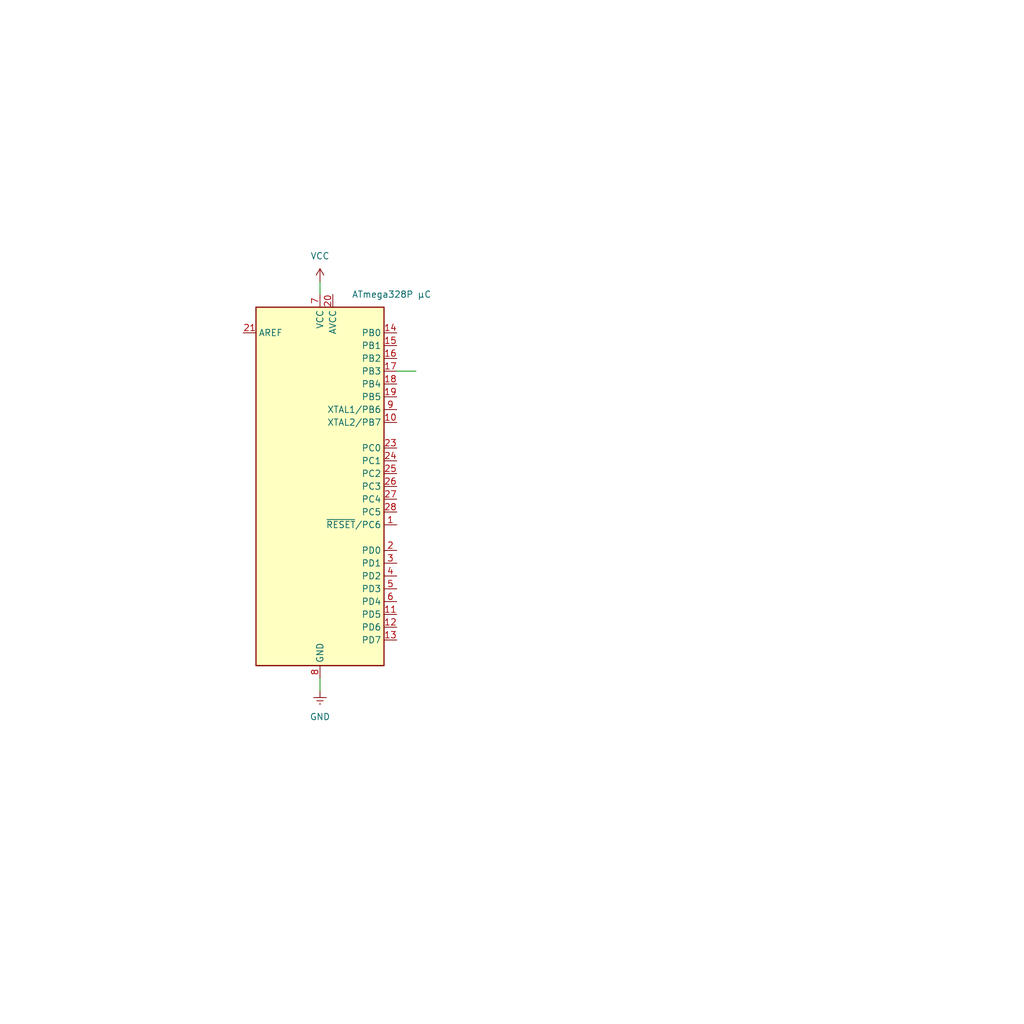
<source format=kicad_sch>
(kicad_sch (version 20250114) (generator "eeschema") (generator_version "9.0")
  (paper "User" 203.2 203.2)
  (title_block (title "Blinky"))
  (lib_symbols
    (symbol "MCU_Microchip_ATmega:ATmega328P-P"
      (property "Reference" "U" (at -12.7 36.83 0))
      (property "Value" "ATmega328P-P" (at 2.54 -36.83 0))
      (symbol "ATmega328P-P_0_1"
        (rectangle (start -12.7 -35.56) (end 12.7 35.56) (stroke (width 0.254)) (fill (type background)))
      )
      (symbol "ATmega328P-P_1_1"
        (pin passive line (at -15.24 30.48 0) (length 2.54) (name "AREF") (number "21"))
        (pin power_in line (at 0 38.1 270) (length 2.54) (name "VCC") (number "7"))
        (pin passive line (at 0 -38.1 90) (length 2.54) (hide yes) (name "GND") (number "22"))
        (pin power_in line (at 0 -38.1 90) (length 2.54) (name "GND") (number "8"))
        (pin power_in line (at 2.54 38.1 270) (length 2.54) (name "AVCC") (number "20"))
        (pin bidirectional line (at 15.24 30.48 180) (length 2.54) (name "PB0") (number "14"))
        (pin bidirectional line (at 15.24 27.94 180) (length 2.54) (name "PB1") (number "15"))
        (pin bidirectional line (at 15.24 25.4 180) (length 2.54) (name "PB2") (number "16"))
        (pin bidirectional line (at 15.24 22.86 180) (length 2.54) (name "PB3") (number "17"))
        (pin bidirectional line (at 15.24 20.32 180) (length 2.54) (name "PB4") (number "18"))
        (pin bidirectional line (at 15.24 17.78 180) (length 2.54) (name "PB5") (number "19"))
        (pin bidirectional line (at 15.24 15.24 180) (length 2.54) (name "XTAL1/PB6") (number "9"))
        (pin bidirectional line (at 15.24 12.7 180) (length 2.54) (name "XTAL2/PB7") (number "10"))
        (pin bidirectional line (at 15.24 7.62 180) (length 2.54) (name "PC0") (number "23"))
        (pin bidirectional line (at 15.24 5.08 180) (length 2.54) (name "PC1") (number "24"))
        (pin bidirectional line (at 15.24 2.54 180) (length 2.54) (name "PC2") (number "25"))
        (pin bidirectional line (at 15.24 0 180) (length 2.54) (name "PC3") (number "26"))
        (pin bidirectional line (at 15.24 -2.54 180) (length 2.54) (name "PC4") (number "27"))
        (pin bidirectional line (at 15.24 -5.08 180) (length 2.54) (name "PC5") (number "28"))
        (pin bidirectional line (at 15.24 -7.62 180) (length 2.54) (name "~{RESET}/PC6") (number "1"))
        (pin bidirectional line (at 15.24 -12.7 180) (length 2.54) (name "PD0") (number "2"))
        (pin bidirectional line (at 15.24 -15.24 180) (length 2.54) (name "PD1") (number "3"))
        (pin bidirectional line (at 15.24 -17.78 180) (length 2.54) (name "PD2") (number "4"))
        (pin bidirectional line (at 15.24 -20.32 180) (length 2.54) (name "PD3") (number "5"))
        (pin bidirectional line (at 15.24 -22.86 180) (length 2.54) (name "PD4") (number "6"))
        (pin bidirectional line (at 15.24 -25.4 180) (length 2.54) (name "PD5") (number "11"))
        (pin bidirectional line (at 15.24 -27.94 180) (length 2.54) (name "PD6") (number "12"))
        (pin bidirectional line (at 15.24 -30.48 180) (length 2.54) (name "PD7") (number "13"))
      )
    )
    (symbol "power:Earth" (power) (pin_numbers (hide yes)) (pin_names (offset 0) (hide yes))
      (property "Value" "Earth" (at 0 -3.81 0))
      (symbol "Earth_0_1"
        (polyline (pts (xy -0.635 -1.905) (xy 0.635 -1.905)))
        (polyline (pts (xy -0.127 -2.54) (xy 0.127 -2.54)))
        (polyline (pts (xy 0 -1.27) (xy 0 0)))
        (polyline (pts (xy 1.27 -1.27) (xy -1.27 -1.27)))
      )
      (symbol "Earth_1_1"
        (pin power_in line (at 0 0 270) (length 0) (name "~") (number "1"))
      )
    )
    (symbol "power:VCC" (power) (pin_numbers (hide yes)) (pin_names (offset 0) (hide yes))
      (property "Value" "VCC" (at 0 3.556 0))
      (symbol "VCC_0_1"
        (polyline (pts (xy -0.762 1.27) (xy 0 2.54)))
        (polyline (pts (xy 0 2.54) (xy 0.762 1.27)))
        (polyline (pts (xy 0 0) (xy 0 2.54)))
      )
      (symbol "VCC_1_1"
        (pin power_in line (at 0 0 90) (length 0) (name "~") (number "1"))
      )
    )
  )
  (wire (pts (xy 63.5 134.62) (xy 63.5 137.16)))
  (wire (pts (xy 63.5 55.88) (xy 63.5 58.42)))
  (wire (pts (xy 78.74 73.66) (xy 82.55 73.66)))
  (symbol (lib_id "MCU_Microchip_ATmega:ATmega328P-P") (at 63.5 96.52 0) (unit 1)
    (property "Reference" "U2" (effects (hide yes)))
    (property "Value" "ATmega328P µC" (at 77.724 58.42 0))
    (property "Footprint" "Package_DIP:DIP-28_W7.62mm" (effects (hide yes)))
    (property "Datasheet" "http://ww1.microchip.com/downloads/en/DeviceDoc/ATmega328_P%20AVR%20MCU%20with%20picoPower%20Technology%20Data%20Sheet%2040001984A.pdf" (effects (hide yes)))
    (property "Description" "20MHz, 32kB Flash, 2kB SRAM, 1kB EEPROM, DIP-28" (effects (hide yes)))
  )
  (symbol (lib_id "power:VCC") (at 63.5 55.88 0) (unit 1)
    (property "Reference" "#PWR09" (effects (hide yes)))
    (property "Value" "VCC" (at 63.5 50.8 0))
    (property "Description" "Power symbol creates a global label with name \"VCC\"" (effects (hide yes)))
  )
  (symbol (lib_id "power:Earth") (at 63.5 137.16 0) (unit 1)
    (property "Reference" "#PWR08" (effects (hide yes)))
    (property "Value" "GND" (at 63.5 142.24 0))
    (property "Description" "Power symbol creates a global label with name \"Earth\"" (effects (hide yes)))
  )
)
</source>
